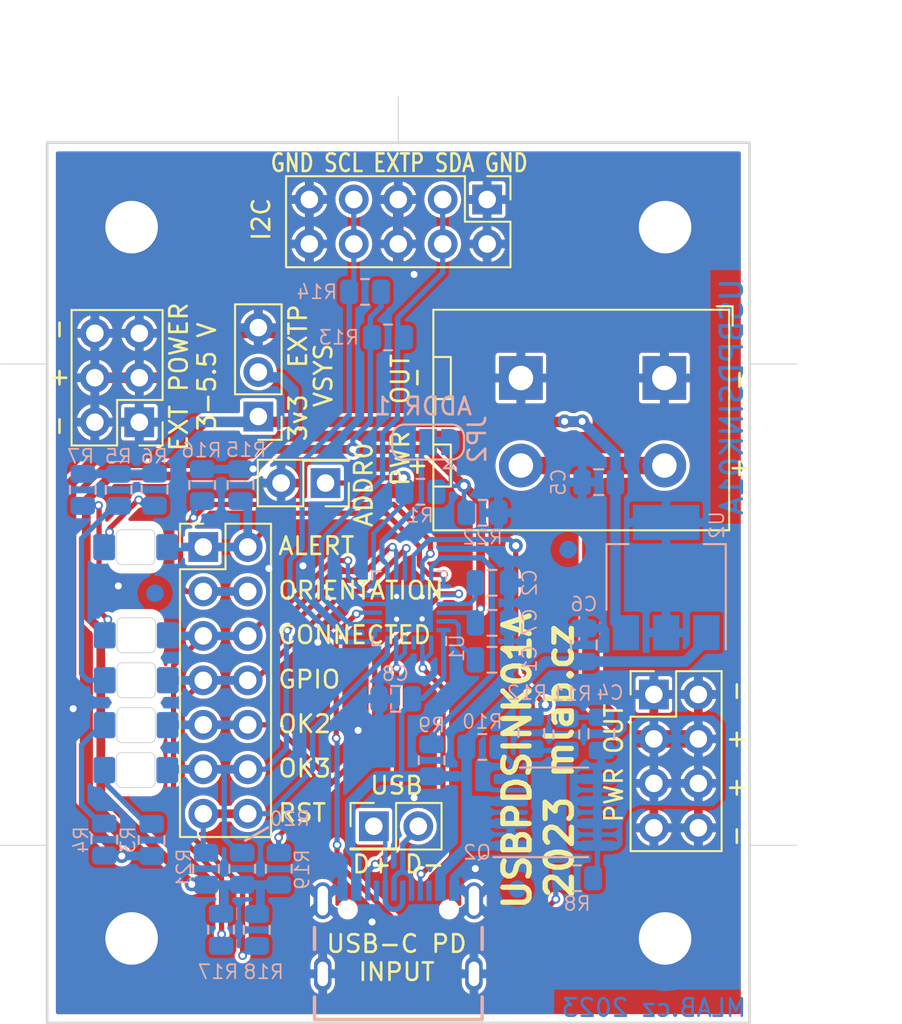
<source format=kicad_pcb>
(kicad_pcb (version 20221018) (generator pcbnew)
  (title_block (title "USBPDSINK01A") (company "www.mlab.cz") (comment 1 "USB-C PD sink controller") (comment 2 "roman-dvorak <romandvorak@mlab.cz>"))
  (layers (0 "F.Cu" signal) (31 "B.Cu" signal) (34 "B.Paste" user) (35 "F.Paste" user) (36 "B.SilkS" user "B.Silkscreen") (37 "F.SilkS" user "F.Silkscreen") (38 "B.Mask" user) (39 "F.Mask" user) (44 "Edge.Cuts" user))
  (net 0 "")
  (net 1 "Net-(U1-VREG_2V7)")
  (net 2 "GND")
  (net 3 "Net-(U1-VREG_1V2)")
  (net 4 "Net-(C4-Pad2)")
  (net 5 "/ALERT")
  (net 6 "Net-(D1-A)")
  (net 7 "/GPIO")
  (net 8 "Net-(D2-A)")
  (net 9 "/PWR_OK2")
  (net 10 "Net-(D3-A)")
  (net 11 "/PWR_OK3")
  (net 12 "Net-(D4-A)")
  (net 13 "/ATTACH")
  (net 14 "Net-(D5-A)")
  (net 15 "Net-(J1-CC1)")
  (net 16 "Net-(J1-D+-PadA6)")
  (net 17 "Net-(J1-D--PadA7)")
  (net 19 "Net-(J1-CC2)")
  (net 21 "/SDA")
  (net 22 "/SCL")
  (net 23 "/SIDE")
  (net 24 "/RESET")
  (net 25 "/ADDR0")
  (net 26 "/ADDR1")
  (net 27 "+3V3")
  (net 28 "VCC")
  (net 29 "Net-(Q2-G)")
  (net 30 "/DISCH")
  (net 31 "/VBUS_VS_DISCH")
  (net 32 "/VBUS_EN_SINK")
  (net 34 "VDC")
  (net 35 "VBUS")
  (footprint "Mlab_CON:TerminalBlock_WAGO_2604-3102_1x02_P5.00mm_Vertical" (layer "F.Cu") (at 163.7 93.3 -90)
    (fp_text reference "J7" hide)
    (fp_text value "WAGO_2604-3102")
  )
  (footprint "Mlab_Mechanical:MountingHole_3mm" (layer "F.Cu") (at 133.26 125.32)
    (fp_text reference "M3" hide)
    (fp_text value "HOLE" hide)
  )
  (footprint "Connector_PinHeader_2.54mm:PinHeader_2x05_P2.54mm_Vertical" (layer "F.Cu") (at 153.575 83.1 -90)
    (fp_text reference "J2" hide)
    (fp_text value "HEADER_2x05_PARALLEL" hide)
  )
  (footprint "Connector_PinHeader_2.54mm:PinHeader_1x03_P2.54mm_Vertical" (layer "F.Cu") (at 140.5 95.5 180)
    (fp_text reference "JP3" hide)
    (fp_text value "Jumper_3_Bridged12" hide)
  )
  (footprint "Connector_PinHeader_2.54mm:PinHeader_2x03_P2.54mm_Vertical" (layer "F.Cu") (at 133.7 95.825 180)
    (fp_text reference "J4" hide)
    (fp_text value "HEADER_2x03_PARALLEL" hide)
  )
  (footprint "Connector_PinHeader_2.54mm:PinHeader_2x01_P2.54mm_Vertical" (layer "F.Cu") (at 147.1 118.91)
    (fp_text reference "J5" hide)
    (fp_text value "HEADER_2x01" hide)
  )
  (footprint "Mlab_Mechanical:MountingHole_3mm" (layer "F.Cu") (at 163.74 84.68)
    (fp_text reference "M2" hide)
    (fp_text value "HOLE" hide)
  )
  (footprint "Mlab_Mechanical:MountingHole_3mm" (layer "F.Cu") (at 133.26 84.68)
    (fp_text reference "M1" hide)
    (fp_text value "HOLE" hide)
  )
  (footprint "Connector_PinHeader_2.54mm:PinHeader_2x04_P2.54mm_Vertical" (layer "F.Cu") (at 163.1 111.38)
    (fp_text reference "J3" hide)
    (fp_text value "HEADER_2x04_PARALLEL" hide)
  )
  (footprint "Connector_PinHeader_2.54mm:PinHeader_2x07_P2.54mm_Vertical" (layer "F.Cu") (at 137.355 102.955)
    (fp_text reference "J6" hide)
    (fp_text value "HEADER_2x07_PARALLEL" hide)
  )
  (footprint "Mlab_Mechanical:MountingHole_3mm" (layer "F.Cu") (at 163.74 125.32)
    (fp_text reference "M4" hide)
    (fp_text value "HOLE" hide)
  )
  (footprint "Connector_PinHeader_2.54mm:PinHeader_2x01_P2.54mm_Vertical" (layer "F.Cu") (at 144.34 99.3 180)
    (fp_text reference "JP1" hide)
    (fp_text value "Jumper_2_Open" hide)
  )
  (footprint "Mlab_D:LED_1206_mill" (layer "B.Cu") (at 133.525 108)
    (fp_text reference "D5" hide)
    (fp_text value "GREEN" hide)
    (fp_line (start -1.1 0.7) (end -1.1 -0.7) (stroke (width 0.05)) (layer "Edge.Cuts"))
    (fp_line (start -0.8 -1) (end 0.8 -1) (stroke (width 0.05)) (layer "Edge.Cuts"))
    (fp_line (start 0.8 1) (end -0.8 1) (stroke (width 0.05)) (layer "Edge.Cuts"))
    (fp_line (start 1.1 -0.7) (end 1.1 0.7) (stroke (width 0.05)) (layer "Edge.Cuts"))
    (fp_arc (start -1.1 -0.7) (mid -1.012132 -0.912132) (end -0.8 -1) (stroke (width 0.05)) (layer "Edge.Cuts"))
    (fp_arc (start -0.8 1) (mid -1.012132 0.912132) (end -1.1 0.7) (stroke (width 0.05)) (layer "Edge.Cuts"))
    (fp_arc (start 0.8 -1) (mid 1.012132 -0.912132) (end 1.1 -0.7) (stroke (width 0.05)) (layer "Edge.Cuts"))
    (fp_arc (start 1.1 0.7) (mid 1.012132 0.912132) (end 0.8 1) (stroke (width 0.05)) (layer "Edge.Cuts"))
  )
  (footprint "Resistor_SMD:R_0805_2012Metric" (layer "B.Cu") (at 153.3 114.38)
    (fp_text reference "R10")
    (fp_text value "100k" hide)
  )
  (footprint "Resistor_SMD:R_0805_2012Metric" (layer "B.Cu") (at 156.1 113.58 90)
    (fp_text reference "R12")
    (fp_text value "20k" hide)
  )
  (footprint "Mlab_CON:USBC GCT_USB4105-GF-A" (layer "B.Cu") (at 148.5 127.345 180)
    (fp_text reference "J1" hide)
    (fp_text value "USBC_USB4105-GF-A" hide)
  )
  (footprint "Capacitor_SMD:C_0805_2012Metric" (layer "B.Cu") (at 159.95 99.25 180)
    (fp_text reference "C5")
    (fp_text value "10u" hide)
  )
  (footprint "Resistor_SMD:R_0805_2012Metric" (layer "B.Cu") (at 158.7125 121.88 180)
    (fp_text reference "R8")
    (fp_text value "1k" hide)
  )
  (footprint "Resistor_SMD:R_0805_2012Metric" (layer "B.Cu") (at 153.3125 101 180)
    (fp_text reference "R22")
    (fp_text value "100k" hide)
  )
  (footprint "Fiducial:Fiducial_1mm_Mask2mm" (layer "B.Cu") (at 158.2 103.1 180)
    (fp_text reference "FID3" hide)
    (fp_text value "Fiducial" hide)
  )
  (footprint "Capacitor_SMD:C_0805_2012Metric" (layer "B.Cu") (at 159.1 108.55 90)
    (fp_text reference "C6")
    (fp_text value "10u" hide)
  )
  (footprint "Package_SO:SOIC-8_3.9x4.9mm_P1.27mm" (layer "B.Cu") (at 157.395 118.115)
    (fp_text reference "Q2")
    (fp_text value "IRF9317TRPBF" hide)
  )
  (footprint "Capacitor_SMD:C_0805_2012Metric" (layer "B.Cu") (at 153.85 105)
    (fp_text reference "C2")
    (fp_text value "1u" hide)
  )
  (footprint "Package_TO_SOT_SMD:SOT-223-3_TabPin2" (layer "B.Cu") (at 163.8 104.7 90)
    (fp_text reference "U2")
    (fp_text value "NCV4274CST33T3G" hide)
  )
  (footprint "Capacitor_SMD:C_0805_2012Metric" (layer "B.Cu") (at 148.35 111.63 180)
    (fp_text reference "C8")
    (fp_text value "1u" hide)
  )
  (footprint "Resistor_SMD:R_0805_2012Metric" (layer "B.Cu") (at 137.29 99.4175 -90)
    (fp_text reference "R16")
    (fp_text value "4k7" hide)
  )
  (footprint "Resistor_SMD:R_0805_2012Metric" (layer "B.Cu") (at 150.4 115.1425 90)
    (fp_text reference "R9")
    (fp_text value "1k" hide)
  )
  (footprint "Resistor_SMD:R_0805_2012Metric" (layer "B.Cu") (at 134.57 99.6775 -90)
    (fp_text reference "R6")
    (fp_text value "62R" hide)
  )
  (footprint "Capacitor_SMD:C_0805_2012Metric" (layer "B.Cu") (at 153.85 109.4)
    (fp_text reference "C1")
    (fp_text value "1u" hide)
  )
  (footprint "Resistor_SMD:R_0805_2012Metric" (layer "B.Cu") (at 139.58 121.3375 90)
    (fp_text reference "R20")
    (fp_text value "4k7" hide)
  )
  (footprint "Resistor_SMD:R_0805_2012Metric" (layer "B.Cu") (at 140.41 124.8325 -90)
    (fp_text reference "R18")
    (fp_text value "4k7" hide)
  )
  (footprint "Mlab_D:LED_1206_mill" (layer "B.Cu") (at 133.515 113.133332)
    (fp_text reference "D3" hide)
    (fp_text value "BLUE" hide)
    (fp_line (start -1.1 0.7) (end -1.1 -0.7) (stroke (width 0.05)) (layer "Edge.Cuts"))
    (fp_line (start -0.8 -1) (end 0.8 -1) (stroke (width 0.05)) (layer "Edge.Cuts"))
    (fp_line (start 0.8 1) (end -0.8 1) (stroke (width 0.05)) (layer "Edge.Cuts"))
    (fp_line (start 1.1 -0.7) (end 1.1 0.7) (stroke (width 0.05)) (layer "Edge.Cuts"))
    (fp_arc (start -1.1 -0.7) (mid -1.012132 -0.912132) (end -0.8 -1) (stroke (width 0.05)) (layer "Edge.Cuts"))
    (fp_arc (start -0.8 1) (mid -1.012132 0.912132) (end -1.1 0.7) (stroke (width 0.05)) (layer "Edge.Cuts"))
    (fp_arc (start 0.8 -1) (mid 1.012132 -0.912132) (end 1.1 -0.7) (stroke (width 0.05)) (layer "Edge.Cuts"))
    (fp_arc (start 1.1 0.7) (mid 1.012132 0.912132) (end 0.8 1) (stroke (width 0.05)) (layer "Edge.Cuts"))
  )
  (footprint "Fiducial:Fiducial_1mm_Mask2mm" (layer "B.Cu") (at 155.3 122.5 180)
    (fp_text reference "FID2" hide)
    (fp_text value "Fiducial" hide)
  )
  (footprint "Resistor_SMD:R_0805_2012Metric" (layer "B.Cu") (at 147.9125 90.98)
    (fp_text reference "R13")
    (fp_text value "4k7" hide)
  )
  (footprint "Mlab_D:LED_1206_mill" (layer "B.Cu") (at 133.525 110.566666)
    (fp_text reference "D2" hide)
    (fp_text value "YELLOW" hide)
    (fp_line (start -1.1 0.7) (end -1.1 -0.7) (stroke (width 0.05)) (layer "Edge.Cuts"))
    (fp_line (start -0.8 -1) (end 0.8 -1) (stroke (width 0.05)) (layer "Edge.Cuts"))
    (fp_line (start 0.8 1) (end -0.8 1) (stroke (width 0.05)) (layer "Edge.Cuts"))
    (fp_line (start 1.1 -0.7) (end 1.1 0.7) (stroke (width 0.05)) (layer "Edge.Cuts"))
    (fp_arc (start -1.1 -0.7) (mid -1.012132 -0.912132) (end -0.8 -1) (stroke (width 0.05)) (layer "Edge.Cuts"))
    (fp_arc (start -0.8 1) (mid -1.012132 0.912132) (end -1.1 0.7) (stroke (width 0.05)) (layer "Edge.Cuts"))
    (fp_arc (start 0.8 -1) (mid 1.012132 -0.912132) (end 1.1 -0.7) (stroke (width 0.05)) (layer "Edge.Cuts"))
    (fp_arc (start 1.1 0.7) (mid 1.012132 0.912132) (end 0.8 1) (stroke (width 0.05)) (layer "Edge.Cuts"))
  )
  (footprint "Fiducial:Fiducial_1mm_Mask2mm" (layer "B.Cu") (at 134.6 105.6 180)
    (fp_text reference "FID1" hide)
    (fp_text value "Fiducial" hide)
  )
  (footprint "Resistor_SMD:R_0805_2012Metric" (layer "B.Cu") (at 134.4 119.6975 90)
    (fp_text reference "R3")
    (fp_text value "62R" hide)
  )
  (footprint "Package_DFN_QFN:QFN-24-1EP_4x4mm_P0.5mm_EP2.7x2.7mm" (layer "B.Cu") (at 149.125 106.455 90)
    (fp_text reference "U1")
    (fp_text value "STUSB4500QTR" hide)
  )
  (footprint "Resistor_SMD:R_0805_2012Metric" (layer "B.Cu") (at 138.37 124.8225 -90)
    (fp_text reference "R17")
    (fp_text value "4k7" hide)
  )
  (footprint "Mlab_D:LED_1206_mill" (layer "B.Cu") (at 133.49 102.965)
    (fp_text reference "D1" hide)
    (fp_text value "RED" hide)
    (fp_line (start -1.1 0.7) (end -1.1 -0.7) (stroke (width 0.05)) (layer "Edge.Cuts"))
    (fp_line (start -0.8 -1) (end 0.8 -1) (stroke (width 0.05)) (layer "Edge.Cuts"))
    (fp_line (start 0.8 1) (end -0.8 1) (stroke (width 0.05)) (layer "Edge.Cuts"))
    (fp_line (start 1.1 -0.7) (end 1.1 0.7) (stroke (width 0.05)) (layer "Edge.Cuts"))
    (fp_arc (start -1.1 -0.7) (mid -1.012132 -0.912132) (end -0.8 -1) (stroke (width 0.05)) (layer "Edge.Cuts"))
    (fp_arc (start -0.8 1) (mid -1.012132 0.912132) (end -1.1 0.7) (stroke (width 0.05)) (layer "Edge.Cuts"))
    (fp_arc (start 0.8 -1) (mid 1.012132 -0.912132) (end 1.1 -0.7) (stroke (width 0.05)) (layer "Edge.Cuts"))
    (fp_arc (start 1.1 0.7) (mid 1.012132 0.912132) (end 0.8 1) (stroke (width 0.05)) (layer "Edge.Cuts"))
  )
  (footprint "Resistor_SMD:R_0805_2012Metric" (layer "B.Cu") (at 139.48 99.42 -90)
    (fp_text reference "R15")
    (fp_text value "4k7" hide)
  )
  (footprint "Mlab_D:LED_1206_mill" (layer "B.Cu") (at 133.5 115.7)
    (fp_text reference "D4" hide)
    (fp_text value "RED" hide)
    (fp_line (start -1.1 0.7) (end -1.1 -0.7) (stroke (width 0.05)) (layer "Edge.Cuts"))
    (fp_line (start -0.8 -1) (end 0.8 -1) (stroke (width 0.05)) (layer "Edge.Cuts"))
    (fp_line (start 0.8 1) (end -0.8 1) (stroke (width 0.05)) (layer "Edge.Cuts"))
    (fp_line (start 1.1 -0.7) (end 1.1 0.7) (stroke (width 0.05)) (layer "Edge.Cuts"))
    (fp_arc (start -1.1 -0.7) (mid -1.012132 -0.912132) (end -0.8 -1) (stroke (width 0.05)) (layer "Edge.Cuts"))
    (fp_arc (start -0.8 1) (mid -1.012132 0.912132) (end -1.1 0.7) (stroke (width 0.05)) (layer "Edge.Cuts"))
    (fp_arc (start 0.8 -1) (mid 1.012132 -0.912132) (end 1.1 -0.7) (stroke (width 0.05)) (layer "Edge.Cuts"))
    (fp_arc (start 1.1 0.7) (mid 1.012132 0.912132) (end 0.8 1) (stroke (width 0.05)) (layer "Edge.Cuts"))
  )
  (footprint "Resistor_SMD:R_0805_2012Metric" (layer "B.Cu") (at 130.47 99.69 -90)
    (fp_text reference "R7")
    (fp_text value "62R" hide)
  )
  (footprint "Resistor_SMD:R_0805_2012Metric" (layer "B.Cu") (at 132.52 99.69 -90)
    (fp_text reference "R5")
    (fp_text value "62R" hide)
  )
  (footprint "Capacitor_SMD:C_0805_2012Metric" (layer "B.Cu") (at 153.85 107.29)
    (fp_text reference "C7")
    (fp_text value "1u" hide)
  )
  (footprint "Jumper:SolderJumper-3_P1.3mm_Bridged12_RoundedPad1.0x1.5mm" (layer "B.Cu") (at 150.2 96.9575 180)
    (fp_text reference "JP2")
    (fp_text value "Jumper_3_Bridged12" hide)
  )
  (footprint "Resistor_SMD:R_0805_2012Metric" (layer "B.Cu") (at 137.51 121.3375 90)
    (fp_text reference "R21")
    (fp_text value "4k7" hide)
  )
  (footprint "Capacitor_SMD:C_0805_2012Metric" (layer "B.Cu") (at 160.1 113.63 90)
    (fp_text reference "C4")
    (fp_text value "100n" hide)
  )
  (footprint "Resistor_SMD:R_0805_2012Metric" (layer "B.Cu") (at 146.6 88.38 180)
    (fp_text reference "R14")
    (fp_text value "4k7" hide)
  )
  (footprint "Resistor_SMD:R_0805_2012Metric" (layer "B.Cu") (at 149.7625 99.8 180)
    (fp_text reference "R1")
    (fp_text value "100k" hide)
  )
  (footprint "Resistor_SMD:R_0805_2012Metric" (layer "B.Cu") (at 131.7 119.6675 90)
    (fp_text reference "R4")
    (fp_text value "R10" hide)
  )
  (footprint "Resistor_SMD:R_0805_2012Metric" (layer "B.Cu") (at 158.1 113.6675 -90)
    (fp_text reference "R11")
    (fp_text value "100R" hide)
  )
  (footprint "Resistor_SMD:R_0805_2012Metric" (layer "B.Cu") (at 141.67 121.3425 90)
    (fp_text reference "R19")
    (fp_text value "4k7" hide)
  )
  (gr_line (start 139.75 119.73) (end 141.05 118.98) (stroke (width 0.15)) (layer "B.SilkS"))
  (gr_line (start 128.4286 92.5) (end 125.7746 92.5) (stroke (width 0.05588)) (layer "Edge.Cuts"))
  (gr_line (start 148.5 79.854) (end 148.5 77.2) (stroke (width 0.05588)) (layer "Edge.Cuts"))
  (gr_rect (start 128.434 79.854) (end 168.566 130.145999) (stroke (width 0.15)) (fill none) (layer "Edge.Cuts"))
  (gr_line (start 168.599 120) (end 171.253 120) (stroke (width 0.05588)) (layer "Edge.Cuts"))
  (gr_line (start 125.7684 120) (end 128.4224 120) (stroke (width 0.05588)) (layer "Edge.Cuts"))
  (gr_line (start 171.2592 92.5) (end 168.6052 92.5) (stroke (width 0.05588)) (layer "Edge.Cuts"))
  (gr_text "MLAB.cz 2023\n" (at 163.1 129.28) (layer "B.Cu") (effects (font (size 1 1)) (justify mirror)))
  (gr_text "USBPDSINK01A\n" (at 167.55 94.38 90) (layer "B.Cu") (effects (font (size 1.2 1.2) (thickness 0.2)) (justify mirror)))
  (gr_text "ADDR 1\n" (at 152.8 95.5) (layer "B.SilkS") (effects (font (size 1 1)) (justify left bottom mirror)))
  (gr_text "CONNECTED" (at 141.55 107.98) (layer "F.SilkS") (effects (font (size 1 1)) (justify left)))
  (gr_text "OK2" (at 141.55 113.063332) (layer "F.SilkS") (effects (font (size 1 1)) (justify left)))
  (gr_text "+     -" (at 168.5 95.93 90) (layer "F.SilkS") (effects (font (size 1 1)) (justify bottom)))
  (gr_text "ALERT" (at 141.55 102.896668) (layer "F.SilkS") (effects (font (size 1 1)) (justify left)))
  (gr_text "-  +  +  -" (at 168.35 115.33 90) (layer "F.SilkS") (effects (font (size 1 1)) (justify bottom)))
  (gr_text "PWR  OUT" (at 149.2 95.7 90) (layer "F.SilkS") (effects (font (size 1 1)) (justify bottom)))
  (gr_text "USBPDSINK01A\n2023 mlab.cz" (at 156.5 115.18 90) (layer "F.SilkS") (effects (font (size 1.5 1.5) (thickness 0.3) bold)))
  (gr_text "ORIENTATION" (at 141.55 105.438334) (layer "F.SilkS") (effects (font (size 1 1)) (justify left)))
  (gr_text "EXT POWER\n3-5.5 V" (at 138.15 93.23 90) (layer "F.SilkS") (effects (font (size 1 1)) (justify bottom)))
  (gr_text "-  +  -" (at 129.65 93.285 90) (layer "F.SilkS") (effects (font (size 1 1)) (justify bottom)))
  (gr_text "OK3\n" (at 141.55 115.604998) (layer "F.SilkS") (effects (font (size 1 1)) (justify left)))
  (gr_text "PWR OUT" (at 161.4 118.78 90) (layer "F.SilkS") (effects (font (size 1 1)) (justify left bottom)))
  (gr_text "USB" (at 148.4 116.58) (layer "F.SilkS") (effects (font (size 1 1))))
  (gr_text "USB-C PD\nINPUT" (at 148.4 126.43) (layer "F.SilkS") (effects (font (size 1 1))))
  (gr_text "I2C" (at 141.25 84.23 90) (layer "F.SilkS") (effects (font (size 1 1)) (justify bottom)))
  (gr_text "RST" (at 141.55 118.146668) (layer "F.SilkS") (effects (font (size 1 1)) (justify left)))
  (gr_text "+     -" (at 150.1 95.8 90) (layer "F.SilkS") (effects (font (size 1 1)) (justify bottom)))
  (gr_text "ADDR0" (at 147.1 99.4 90) (layer "F.SilkS") (effects (font (size 1 1)) (justify bottom)))
  (gr_text "GPIO" (at 141.55 110.521666) (layer "F.SilkS") (effects (font (size 1 1)) (justify left)))
  (gr_text "VSYS" (at 144.8 93.15 90) (layer "F.SilkS") (effects (font (size 1 1)) (justify bottom)))
  (gr_text "D+ D-" (at 148.5 121.08) (layer "F.SilkS") (effects (font (size 1 1))))
  (gr_text "GND SCL EXTP SDA GND" (at 148.55 81.6) (layer "F.SilkS") (effects (font (size 1 0.8)) (justify bottom)))
  (gr_text "3v3  EXTP" (at 143.35 93 90) (layer "F.SilkS") (effects (font (size 1 1)) (justify bottom)))
  (segment (start 151.95 107.43) (end 151.95 108.43) (width 0.25) (layer "B.Cu") (net 1))
  (segment (start 151.95 108.43) (end 152.9 109.38) (width 0.25) (layer "B.Cu") (net 1))
  (segment (start 151.725 107.205) (end 151.95 107.43) (width 0.25) (layer "B.Cu") (net 1))
  (segment (start 151.0875 107.205) (end 151.725 107.205) (width 0.25) (layer "B.Cu") (net 1))
  (segment (start 140.5 90.725) (end 138.705 90.725) (width 0.6) (layer "F.Cu") (net 2))
  (segment (start 140.5 90.725) (end 144.655 90.725) (width 0.6) (layer "F.Cu") (net 2))
  (segment (start 138.705 90.725) (end 136.145 93.285) (width 0.6) (layer "F.Cu") (net 2))
  (segment (start 144.655 90.725) (end 148.495 86.885) (width 0.6) (layer "F.Cu") (net 2))
  (segment (start 136.145 93.285) (end 131.16 93.285) (width 0.6) (layer "F.Cu") (net 2))
  (segment (start 148.495 86.885) (end 148.495 85.52) (width 0.6) (layer "F.Cu") (net 2))
  (segment (start 148.495 85.52) (end 148.495 82.98) (width 0.6) (layer "F.Cu") (net 2))
  (via (at 152.9 121.33) (size 0.8) (drill 0.4) (layers "F.Cu" "B.Cu") (net 2))
  (via (at 141.1 104.18) (size 0.8) (drill 0.4) (layers "F.Cu" "B.Cu") (net 2))
  (via (at 148.4 107.08) (size 0.5) (drill 0.3) (layers "F.Cu" "B.Cu") (net 2))
  (via (at 149.86 107.061) (size 0.5) (drill 0.3) (layers "F.Cu" "B.Cu") (net 2))
  (via (at 148.4 105.78) (size 0.5) (drill 0.3) (layers "F.Cu" "B.Cu") (net 2))
  (via (at 149.4 117.28) (size 0.8) (drill 0.4) (layers "F.Cu" "B.Cu") (net 2))
  (via (at 129.921 112.1918) (size 0.8) (drill 0.4) (layers "F.Cu" "B.Cu") (net 2))
  (via (at 132.5 105.18) (size 0.8) (drill 0.4) (layers "F.Cu" "B.Cu") (net 2))
  (via (at 146.2 113.43) (size 0.8) (drill 0.4) (layers "F.Cu" "B.Cu") (net 2))
  (via (at 149.86 105.791) (size 0.5) (drill 0.3) (layers "F.Cu" "B.Cu") (net 2))
  (via (at 149.4 87.38) (size 0.8) (drill 0.4) (layers "F.Cu" "B.Cu") (net 2))
  (via (at 147 124.38) (size 0.8) (drill 0.4) (layers "F.Cu" "B.Cu") (net 2))
  (via (at 143.05 104.03) (size 0.8) (drill 0.4) (layers "F.Cu" "B.Cu") (net 2))
  (via (at 143.9 108.4) (size 0.8) (drill 0.4) (layers "F.Cu" "B.Cu") (net 2))
  (segment (start 147.1625 106.205) (end 148.875 106.205) (width 0.25) (layer "B.Cu") (net 2))
  (segment (start 151.0875 106.205) (end 152.5702 106.205) (width 0.25) (layer "B.Cu") (net 3))
  (segment (start 152.9 105.8752) (end 152.9 105) (width 0.25) (layer "B.Cu") (net 3))
  (segment (start 152.5702 106.205) (end 152.9 105.8752) (width 0.25) (layer "B.Cu") (net 3))
  (segment (start 160.1 112.68) (end 158.175 112.68) (width 0.3) (layer "B.Cu") (net 4))
  (segment (start 158.175 112.68) (end 158.1 112.755) (width 0.3) (layer "B.Cu") (net 4))
  (segment (start 147.800564 101.0254) (end 141.8246 101.0254) (width 0.3) (layer "F.Cu") (net 5))
  (segment (start 149.7 103.98) (end 149.7 102.924836) (width 0.3) (layer "F.Cu") (net 5))
  (segment (start 151.0875 104.518) (end 150.238 104.518) (width 0.3) (layer "F.Cu") (net 5))
  (segment (start 150.238 104.518) (end 149.7 103.98) (width 0.3) (layer "F.Cu") (net 5))
  (segment (start 149.7 102.924836) (end 147.800564 101.0254) (width 0.3) (layer "F.Cu") (net 5))
  (segment (start 141.8246 101.0254) (end 139.895 102.955) (width 0.3) (layer "F.Cu") (net 5))
  (via (at 151.0875 104.518) (size 0.5) (drill 0.3) (layers "F.Cu" "B.Cu") (net 5))
  (segment (start 139.895 100.7475) (end 139.895 102.955) (width 0.5) (layer "B.Cu") (net 5))
  (segment (start 135.11 102.955) (end 139.895 102.955) (width 0.5) (layer "B.Cu") (net 5))
  (segment (start 151.0875 104.518) (end 151.0875 105.205) (width 0.25) (layer "B.Cu") (net 5))
  (segment (start 132 101.9) (end 133.638686 100.261314) (width 0.3) (layer "F.Cu") (net 6))
  (segment (start 132 102.1) (end 132 101.9) (width 0.3) (layer "F.Cu") (net 6))
  (segment (start 133.638686 100.261314) (end 133.665061 100.261314) (width 0.3) (layer "F.Cu") (net 6))
  (via (at 132 102.1) (size 0.5) (drill 0.3) (layers "F.Cu" "B.Cu") (net 6))
  (via (at 133.665061 100.261314) (size 0.5) (drill 0.3) (layers "F.Cu" "B.Cu") (net 6))
  (segment (start 133.993747 100.59) (end 134.57 100.59) (width 0.3) (layer "B.Cu") (net 6))
  (segment (start 133.665061 100.261314) (end 133.993747 100.59) (width 0.3) (layer "B.Cu") (net 6))
  (segment (start 145.4 105.48) (end 140.305 110.575) (width 0.3) (layer "F.Cu") (net 7))
  (segment (start 140.305 110.575) (end 139.895 110.575) (width 0.3) (layer "F.Cu") (net 7))
  (segment (start 148.937979 103.034386) (end 146.492365 105.48) (width 0.3) (layer "F.Cu") (net 7))
  (segment (start 136.155 118.935) (end 136.155 111.775) (width 0.3) (layer "F.Cu") (net 7))
  (segment (start 146.492365 105.48) (end 145.4 105.48) (width 0.3) (layer "F.Cu") (net 7))
  (segment (start 139.6 126.3) (end 139.6 122.38) (width 0.3) (layer "F.Cu") (net 7))
  (segment (start 136.155 111.775) (end 137.355 110.575) (width 0.3) (layer "F.Cu") (net 7))
  (segment (start 139.6 122.38) (end 136.155 118.935) (width 0.3) (layer "F.Cu") (net 7))
  (segment (start 148.953726 103.034386) (end 148.937979 103.034386) (width 0.3) (layer "F.Cu") (net 7))
  (via (at 148.953726 103.034386) (size 0.5) (drill 0.3) (layers "F.Cu" "B.Cu") (net 7))
  (via (at 139.6 126.3) (size 0.5) (drill 0.3) (layers "F.Cu" "B.Cu") (net 7))
  (segment (start 135.325 110.566666) (end 135.333334 110.575) (width 0.5) (layer "B.Cu") (net 7))
  (segment (start 148.875 103.113112) (end 148.875 104.4925) (width 0.25) (layer "B.Cu") (net 7))
  (segment (start 139.6 126.3) (end 140.155 125.745) (width 0.3) (layer "B.Cu") (net 7))
  (segment (start 135.333334 110.575) (end 139.895 110.575) (width 0.5) (layer "B.Cu") (net 7))
  (segment (start 148.953726 103.034386) (end 148.875 103.113112) (width 0.25) (layer "B.Cu") (net 7))
  (segment (start 140.155 125.745) (end 140.41 125.745) (width 0.3) (layer "B.Cu") (net 7))
  (segment (start 132.265 100.6025) (end 130.4 102.4675) (width 0.3) (layer "B.Cu") (net 8))
  (segment (start 132.52 100.6025) (end 132.265 100.6025) (width 0.3) (layer "B.Cu") (net 8))
  (segment (start 130.766666 110.566666) (end 131.535 110.566666) (width 0.3) (layer "B.Cu") (net 8))
  (segment (start 130.4 102.4675) (end 130.4 110.2) (width 0.3) (layer "B.Cu") (net 8))
  (segment (start 130.4 110.2) (end 130.766666 110.566666) (width 0.3) (layer "B.Cu") (net 8))
  (segment (start 147.15 113.98) (end 141.66 119.47) (width 0.3) (layer "F.Cu") (net 9))
  (segment (start 141.66 119.47) (end 141.66 119.55) (width 0.3) (layer "F.Cu") (net 9))
  (segment (start 147.15 109.43) (end 147.15 113.98) (width 0.3) (layer "F.Cu") (net 9))
  (segment (start 141.435 113.115) (end 139.895 113.115) (width 0.3) (layer "F.Cu") (net 9))
  (segment (start 151.9505 105.6305) (end 150.9495 105.6305) (width 0.3) (layer "F.Cu") (net 9))
  (segment (start 144.75 116.38) (end 144.7 116.38) (width 0.3) (layer "F.Cu") (net 9))
  (segment (start 144.7 116.38) (end 141.435 113.115) (width 0.3) (layer "F.Cu") (net 9))
  (segment (start 150.9495 105.6305) (end 147.15 109.43) (width 0.3) (layer "F.Cu") (net 9))
  (via (at 141.66 119.55) (size 0.5) (drill 0.3) (layers "F.Cu" "B.Cu") (net 9))
  (via (at 151.9505 105.6305) (size 0.5) (drill 0.3) (layers "F.Cu" "B.Cu") (net 9))
  (segment (start 135.333332 113.115) (end 139.895 113.115) (width 0.5) (layer "B.Cu") (net 9))
  (segment (start 151.9505 105.6305) (end 151.876 105.705) (width 0.25) (layer "B.Cu") (net 9))
  (segment (start 135.315 113.133332) (end 135.333332 113.115) (width 0.5) (layer "B.Cu") (net 9))
  (segment (start 151.876 105.705) (end 151.0875 105.705) (width 0.25) (layer "B.Cu") (net 9))
  (segment (start 141.66 119.55) (end 141.66 120.42) (width 0.3) (layer "B.Cu") (net 9))
  (segment (start 141.66 120.42) (end 141.67 120.43) (width 0.3) (layer "B.Cu") (net 9))
  (segment (start 131.4775 118.755) (end 131.7 118.755) (width 0.3) (layer "B.Cu") (net 10))
  (segment (start 130.4 117.6775) (end 131.4775 118.755) (width 0.3) (layer "B.Cu") (net 10))
  (segment (start 131.525 113.133332) (end 130.4 114.258332) (width 0.3) (layer "B.Cu") (net 10))
  (segment (start 130.4 114.258332) (end 130.4 117.6775) (width 0.3) (layer "B.Cu") (net 10))
  (segment (start 145.025 104.855) (end 142.15 107.73) (width 0.3) (layer "F.Cu") (net 11))
  (segment (start 146.128279 104.855) (end 145.025 104.855) (width 0.3) (layer "F.Cu") (net 11))
  (segment (start 148.021008 102.962271) (end 146.128279 104.855) (width 0.3) (layer "F.Cu") (net 11))
  (segment (start 148.162271 102.962271) (end 148.021008 102.962271) (width 0.3) (layer "F.Cu") (net 11))
  (via (at 148.162271 102.962271) (size 0.5) (drill 0.3) (layers "F.Cu" "B.Cu") (net 11))
  (via (at 142.15 107.73) (size 0.5) (drill 0.3) (layers "F.Cu" "B.Cu") (net 11))
  (segment (start 139.3988 120.425) (end 139.58 120.425) (width 0.3) (layer "B.Cu") (net 11))
  (segment (start 135.045 115.655) (end 138.54 115.655) (width 0.5) (layer "B.Cu") (net 11))
  (segment (start 148.375 103.175) (end 148.375 104.4925) (width 0.25) (layer "B.Cu") (net 11))
  (segment (start 138.555 115.67) (end 138.555 119.5812) (width 0.3) (layer "B.Cu") (net 11))
  (segment (start 142.15 107.73) (end 142.1 107.78) (width 0.3) (layer "B.Cu") (net 11))
  (segment (start 138.54 115.655) (end 138.555 115.67) (width 0.3) (layer "B.Cu") (net 11))
  (segment (start 138.54 115.655) (end 139.895 115.655) (width 0.5) (layer "B.Cu") (net 11))
  (segment (start 142.1 107.78) (end 142.1 114.48) (width 0.3) (layer "B.Cu") (net 11))
  (segment (start 138.555 119.5812) (end 139.3988 120.425) (width 0.3) (layer "B.Cu") (net 11))
  (segment (start 140.925 115.655) (end 139.895 115.655) (width 0.3) (layer "B.Cu") (net 11))
  (segment (start 142.1 114.48) (end 140.925 115.655) (width 0.3) (layer "B.Cu") (net 11))
  (segment (start 148.162271 102.962271) (end 148.375 103.175) (width 0.25) (layer "B.Cu") (net 11))
  (segment (start 131.9 116.09) (end 131.9 116.6) (width 0.3) (layer "B.Cu") (net 12))
  (segment (start 134.085 118.785) (end 134.49 118.785) (width 0.3) (layer "B.Cu") (net 12))
  (segment (start 131.77 115.96) (end 131.9 116.09) (width 0.3) (layer "B.Cu") (net 12))
  (segment (start 131.9 116.6) (end 134.085 118.785) (width 0.3) (layer "B.Cu") (net 12))
  (segment (start 135.655 109.735) (end 137.355 108.035) (width 0.3) (layer "F.Cu") (net 13))
  (segment (start 141.2524 107.185) (end 144.7038 103.7336) (width 0.3) (layer "F.Cu") (net 13))
  (segment (start 138.4 125.08) (end 138.4 121.887106) (width 0.3) (layer "F.Cu") (net 13))
  (segment (start 135.655 119.142106) (end 135.655 109.735) (width 0.3) (layer "F.Cu") (net 13))
  (segment (start 140.745 107.185) (end 141.2524 107.185) (width 0.3) (layer "F.Cu") (net 13))
  (segment (start 144.7038 103.7336) (end 145.6182 103.7336) (width 0.3) (layer "F.Cu") (net 13))
  (segment (start 139.895 108.035) (end 140.745 107.185) (width 0.3) (layer "F.Cu") (net 13))
  (segment (start 138.4 121.887106) (end 135.655 119.142106) (width 0.3) (layer "F.Cu") (net 13))
  (via (at 138.4 125.08) (size 0.5) (drill 0.3) (layers "F.Cu" "B.Cu") (net 13))
  (via (at 145.6182 103.7336) (size 0.5) (drill 0.3) (layers "F.Cu" "B.Cu") (net 13))
  (segment (start 138.37 125.11) (end 138.37 125.735) (width 0.3) (layer "B.Cu") (net 13))
  (segment (start 146.701992 105.705) (end 145.6182 104.621208) (width 0.25) (layer "B.Cu") (net 13))
  (segment (start 145.6182 104.621208) (end 145.6182 103.7336) (width 0.25) (layer "B.Cu") (net 13))
  (segment (start 147.1625 105.705) (end 146.701992 105.705) (width 0.25) (layer "B.Cu") (net 13))
  (segment (start 135.17 108.035) (end 139.895 108.035) (width 0.5) (layer "B.Cu") (net 13))
  (segment (start 138.4 125.08) (end 138.37 125.11) (width 0.3) (layer "B.Cu") (net 13))
  (segment (start 131.9 107.1) (end 131.4 106.6) (width 0.3) (layer "F.Cu") (net 14))
  (segment (start 131.4 106.6) (end 131.4 100.6095) (width 0.3) (layer "F.Cu") (net 14))
  (segment (start 131.4 100.6095) (end 131.3705 100.58) (width 0.3) (layer "F.Cu") (net 14))
  (via (at 131.9 107.1) (size 0.5) (drill 0.3) (layers "F.Cu" "B.Cu") (net 14))
  (via (at 131.3705 100.58) (size 0.5) (drill 0.3) (layers "F.Cu" "B.Cu") (net 14))
  (segment (start 131.3705 100.58) (end 130.4925 100.58) (width 0.3) (layer "B.Cu") (net 14))
  (segment (start 130.4925 100.58) (end 130.47 100.6025) (width 0.3) (layer "B.Cu") (net 14))
  (segment (start 149.842195 121.637805) (end 151.05 120.43) (width 0.3) (layer "F.Cu") (net 15))
  (segment (start 151.05 120.43) (end 151.05 111.03) (width 0.3) (layer "F.Cu") (net 15))
  (segment (start 151.05 111.03) (end 149.9 109.88) (width 0.3) (layer "F.Cu") (net 15))
  (segment (start 149.794401 121.637805) (end 149.842195 121.637805) (width 0.3) (layer "F.Cu") (net 15))
  (via (at 149.794401 121.637805) (size 0.5) (drill 0.3) (layers "F.Cu" "B.Cu") (net 15))
  (via (at 149.9 109.88) (size 0.5) (drill 0.3) (layers "F.Cu" "B.Cu") (net 15))
  (segment (start 149.75 121.682206) (end 149.794401 121.637805) (width 0.25) (layer "B.Cu") (net 15))
  (segment (start 149.875 109.28) (end 149.875 108.4175) (width 0.25) (layer "B.Cu") (net 15))
  (segment (start 150.375 108.4175) (end 150.375 109.005) (width 0.25) (layer "B.Cu") (net 15))
  (segment (start 149.875 109.855) (end 149.875 109.28) (width 0.25) (layer "B.Cu") (net 15))
  (segment (start 150.375 109.005) (end 150.1 109.28) (width 0.25) (layer "B.Cu") (net 15))
  (segment (start 149.9 109.88) (end 149.875 109.855) (width 0.25) (layer "B.Cu") (net 15))
  (segment (start 150.1 109.28) (end 149.875 109.28) (width 0.25) (layer "B.Cu") (net 15))
  (segment (start 149.75 122.59) (end 149.75 121.682206) (width 0.25) (layer "B.Cu") (net 15))
  (segment (start 147.76375 119.4375) (end 147.23625 118.91) (width 0.25) (layer "B.Cu") (net 16))
  (segment (start 147.75 123.165) (end 147.75 122.375) (width 0.3) (layer "B.Cu") (net 16))
  (segment (start 148.75 122.375) (end 148.75 123.165) (width 0.3) (layer "B.Cu") (net 16))
  (segment (start 147.7525 122.59) (end 147.7525 119.4375) (width 0.25) (layer "B.Cu") (net 16))
  (arc (start 148.75 123.165) (mid 148.603553 123.518553) (end 148.25 123.665) (width 0.3) (layer "B.Cu") (net 16))
  (arc (start 147.75 123.165) (mid 147.896447 123.518553) (end 148.25 123.665) (width 0.3) (layer "B.Cu") (net 16))
  (segment (start 148.25 122.02) (end 148.25 122.83) (width 0.3) (layer "B.Cu") (net 17))
  (segment (start 148.75 121.52) (end 148.75 119.925) (width 0.3) (layer "B.Cu") (net 17))
  (segment (start 149.25 122.83) (end 149.25 122.02) (width 0.3) (layer "B.Cu") (net 17))
  (segment (start 148.75 119.925) (end 149.765 118.91) (width 0.3) (layer "B.Cu") (net 17))
  (arc (start 148.75 121.52) (mid 149.103553 121.666447) (end 149.25 122.02) (width 0.3) (layer "B.Cu") (net 17))
  (arc (start 148.75 121.52) (mid 148.396447 121.666447) (end 148.25 122.02) (width 0.3) (layer "B.Cu") (net 17))
  (segment (start 147.178 121.08) (end 147.289 121.08) (width 0.3) (layer "F.Cu") (net 19))
  (segment (start 148.4 119.969) (end 148.4 109.88) (width 0.3) (layer "F.Cu") (net 19))
  (segment (start 147.289 121.08) (end 148.4 119.969) (width 0.3) (layer "F.Cu") (net 19))
  (via (at 147.178 121.08) (size 0.5) (drill 0.3) (layers "F.Cu" "B.Cu") (net 19))
  (via (at 148.4 109.88) (size 0.5) (drill 0.3) (layers "F.Cu" "B.Cu") (net 19))
  (segment (start 148.4 109.88) (end 148.375 109.855) (width 0.25) (layer "B.Cu") (net 19))
  (segment (start 148.6 109.28) (end 148.375 109.28) (width 0.25) (layer "B.Cu") (net 19))
  (segment (start 147.178 121.08) (end 146.75 121.508) (width 0.3) (layer "B.Cu") (net 19))
  (segment (start 148.875 108.4175) (end 148.875 109.005) (width 0.25) (layer "B.Cu") (net 19))
  (segment (start 148.875 109.005) (end 148.6 109.28) (width 0.25) (layer "B.Cu") (net 19))
  (segment (start 148.375 109.855) (end 148.375 108.4175) (width 0.25) (layer "B.Cu") (net 19))
  (segment (start 146.75 121.508) (end 146.75 122.59) (width 0.3) (layer "B.Cu") (net 19))
  (segment (start 147.6 99.05) (end 144.1 102.55) (width 0.3) (layer "B.Cu") (net 21))
  (segment (start 148.45 91.005) (end 148.45 95.6) (width 0.3) (layer "B.Cu") (net 21))
  (segment (start 148.475 89.84) (end 148.475 90.98) (width 0.3) (layer "B.Cu") (net 21))
  (segment (start 147.1625 107.205) (end 146.488173 107.205) (width 0.25) (layer "B.Cu") (net 21))
  (segment (start 147.6 96.45) (end 147.6 99.05) (width 0.3) (layer "B.Cu") (net 21))
  (segment (start 144.1 102.55) (end 144.1 105.78) (width 0.3) (layer "B.Cu") (net 21))
  (segment (start 151.035 82.98) (end 151.035 87.28) (width 0.3) (layer "B.Cu") (net 21))
  (segment (start 148.475 90.98) (end 148.45 91.005) (width 0.3) (layer "B.Cu") (net 21))
  (segment (start 148.45 95.6) (end 147.6 96.45) (width 0.3) (layer "B.Cu") (net 21))
  (segment (start 144.1 105.78) (end 145.675 107.355) (width 0.3) (layer "B.Cu") (net 21))
  (segment (start 151.035 87.28) (end 148.475 89.84) (width 0.3) (layer "B.Cu") (net 21))
  (segment (start 146.338173 107.355) (end 145.675 107.355) (width 0.25) (layer "B.Cu") (net 21))
  (segment (start 146.488173 107.205) (end 146.338173 107.355) (width 0.25) (layer "B.Cu") (net 21))
  (segment (start 142.3 105.58) (end 142.3 103.719339) (width 0.3) (layer "B.Cu") (net 22))
  (segment (start 147.1625 107.705) (end 147.1625 108.0175) (width 0.25) (layer "B.Cu") (net 22))
  (segment (start 143 98.1) (end 145.6875 95.4125) (width 0.3) (layer "B.Cu") (net 22))
  (segment (start 145.1 108.38) (end 142.3 105.58) (width 0.3) (layer "B.Cu") (net 22))
  (segment (start 146.8 108.38) (end 145.1 108.38) (width 0.3) (layer "B.Cu") (net 22))
  (segment (start 142.3 103.719339) (end 143 103.019339) (width 0.3) (layer "B.Cu") (net 22))
  (segment (start 143 103.019339) (end 143 98.1) (width 0.3) (layer "B.Cu") (net 22))
  (segment (start 145.6875 88.38) (end 145.955 88.1125) (width 0.25) (layer "B.Cu") (net 22))
  (segment (start 145.955 88.1125) (end 145.955 82.98) (width 0.3) (layer "B.Cu") (net 22))
  (segment (start 147.1625 108.0175) (end 146.8 108.38) (width 0.25) (layer "B.Cu") (net 22))
  (segment (start 145.6875 95.4125) (end 145.6875 88.38) (width 0.3) (layer "B.Cu") (net 22))
  (segment (start 136.8 101.28) (end 136.055 102.025) (width 0.3) (layer "F.Cu") (net 23))
  (segment (start 148.2454 100.5254) (end 150.330708 102.610708) (width 0.3) (layer "F.Cu") (net 23))
  (segment (start 136.375 105.495) (end 137.355 105.495) (width 0.3) (layer "F.Cu") (net 23))
  (segment (start 137.5546 100.5254) (end 148.2454 100.5254) (width 0.3) (layer "F.Cu") (net 23))
  (segment (start 136.055 105.175) (end 136.375 105.495) (width 0.3) (layer "F.Cu") (net 23))
  (segment (start 150.330708 102.610708) (end 150.330708 103.336825) (width 0.3) (layer "F.Cu") (net 23))
  (segment (start 136.8 101.28) (end 137.5546 100.5254) (width 0.3) (layer "F.Cu") (net 23))
  (segment (start 136.055 102.025) (end 136.055 105.175) (width 0.3) (layer "F.Cu") (net 23))
  (via (at 136.8 101.28) (size 0.5) (drill 0.3) (layers "F.Cu" "B.Cu") (net 23))
  (via (at 150.330708 103.336825) (size 0.5) (drill 0.3) (layers "F.Cu" "B.Cu") (net 23))
  (segment (start 136.8 101.28) (end 136.8 100.6) (width 0.3) (layer "B.Cu") (net 23))
  (segment (start 137.355 105.495) (end 139.895 105.495) (width 0.5) (layer "B.Cu") (net 23))
  (segment (start 150.330708 103.336825) (end 149.875 103.792533) (width 0.25) (layer "B.Cu") (net 23))
  (segment (start 149.875 103.792533) (end 149.875 104.4925) (width 0.25) (layer "B.Cu") (net 23))
  (segment (start 139.895 118.195) (end 137.355 118.195) (width 0.5) (layer "F.Cu") (net 24))
  (segment (start 143.6 115.68) (end 141.085 118.195) (width 0.3) (layer "B.Cu") (net 24))
  (segment (start 147.875 108.4175) (end 147.875 109.105) (width 0.3) (layer "B.Cu") (net 24))
  (segment (start 143.6 113.38) (end 143.6 115.68) (width 0.3) (layer "B.Cu") (net 24))
  (segment (start 141.085 118.195) (end 139.895 118.195) (width 0.3) (layer "B.Cu") (net 24))
  (segment (start 147.875 109.105) (end 143.6 113.38) (width 0.3) (layer "B.Cu") (net 24))
  (segment (start 137.355 120.27) (end 137.51 120.425) (width 0.3) (layer "B.Cu") (net 24))
  (segment (start 137.355 118.195) (end 137.355 120.27) (width 0.3) (layer "B.Cu") (net 24))
  (segment (start 146.9784 99.3) (end 144.34 99.3) (width 0.3) (layer "F.Cu") (net 25))
  (segment (start 147.2784 99) (end 146.9784 99.3) (width 0.3) (layer "F.Cu") (net 25))
  (segment (start 148.8 99) (end 147.2784 99) (width 0.3) (layer "F.Cu") (net 25))
  (via (at 148.8 99) (size 0.8) (drill 0.4) (layers "F.Cu" "B.Cu") (net 25))
  (segment (start 148.85 99.05) (end 148.8 99) (width 0.25) (layer "B.Cu") (net 25))
  (segment (start 148.85 99.05) (end 148.85 100.409219) (width 0.25) (layer "B.Cu") (net 25))
  (segment (start 147.087271 102.171948) (end 147.087271 105.129771) (width 0.25) (layer "B.Cu") (net 25))
  (segment (start 148.85 99.2) (end 148.85 99.05) (width 0.25) (layer "B.Cu") (net 25))
  (segment (start 148.85 100.409219) (end 147.087271 102.171948) (width 0.25) (layer "B.Cu") (net 25))
  (segment (start 147.562271 102.648757) (end 149.8125 100.398528) (width 0.3) (layer "B.Cu") (net 26))
  (segment (start 149.8125 100.398528) (end 149.8125 97.345) (width 0.3) (layer "B.Cu") (net 26))
  (segment (start 147.7 103.8) (end 147.562271 103.662271) (width 0.3) (layer "B.Cu") (net 26))
  (segment (start 149.8125 97.345) (end 150.2 96.9575) (width 0.3) (layer "B.Cu") (net 26))
  (segment (start 147.562271 103.662271) (end 147.562271 102.648757) (width 0.3) (layer "B.Cu") (net 26))
  (segment (start 147.7 103.8) (end 147.875 103.975) (width 0.25) (layer "B.Cu") (net 26))
  (segment (start 147.875 103.975) (end 147.875 104.4925) (width 0.25) (layer "B.Cu") (net 26))
  (segment (start 131.5 97.6) (end 129.8 99.3) (width 0.6) (layer "F.Cu") (net 27))
  (segment (start 158.975 95.805) (end 137.4 95.805) (width 0.6) (layer "F.Cu") (net 27))
  (segment (start 137.4 95.805) (end 135.605 97.6) (width 0.6) (layer "F.Cu") (net 27))
  (segment (start 129.8 99.3) (end 129.8 117.71) (width 0.6) (layer "F.Cu") (net 27))
  (segment (start 135.605 97.6) (end 131.5 97.6) (width 0.6) (layer "F.Cu") (net 27))
  (segment (start 159 95.78) (end 158.975 95.805) (width 0.6) (layer "F.Cu") (net 27))
  (segment (start 129.8 117.71) (end 132.7 120.61) (width 0.6) (layer "F.Cu") (net 27))
  (via (at 158 95.78) (size 0.8) (drill 0.4) (layers "F.Cu" "B.Cu") (net 27))
  (via (at 132.7 120.61) (size 0.8) (drill 0.4) (layers "F.Cu" "B.Cu") (net 27))
  (via (at 159 95.78) (size 0.8) (drill 0.4) (layers "F.Cu" "B.Cu") (net 27))
  (segment (start 140.5 95.805) (end 136.825 95.805) (width 0.6) (layer "B.Cu") (net 27))
  (segment (start 130.47 98.7775) (end 134.5575 98.7775) (width 0.5) (layer "B.Cu") (net 27))
  (segment (start 134.5575 98.7775) (end 134.57 98.765) (width 0.5) (layer "B.Cu") (net 27))
  (segment (start 160.9 107.25) (end 161.5 107.85) (width 0.6) (layer "B.Cu") (net 27))
  (segment (start 134.49 120.61) (end 132.7 120.61) (width 0.5) (layer "B.Cu") (net 27))
  (segment (start 136.825 95.805) (end 134.57 98.06) (width 0.6) (layer "B.Cu") (net 27))
  (segment (start 159 95.78) (end 158 95.78) (width 0.6) (layer "B.Cu") (net 27))
  (segment (start 159 95.78) (end 160.9 97.68) (width 0.6) (layer "B.Cu") (net 27))
  (segment (start 134.57 98.06) (end 134.57 98.765) (width 0.6) (layer "B.Cu") (net 27))
  (segment (start 160.9 97.68) (end 160.9 99.25) (width 0.6) (layer "B.Cu") (net 27))
  (segment (start 160.9 99.25) (end 160.9 107.25) (width 0.6) (layer "B.Cu") (net 27))
  (segment (start 132.7 120.61) (end 131.73 120.61) (width 0.5) (layer "B.Cu") (net 27))
  (segment (start 131.5 117.03) (end 136.7 122.23) (width 0.5) (layer "F.Cu") (net 28))
  (segment (start 141.42 97.38) (end 145.9 97.38) (width 0.5) (layer "F.Cu") (net 28))
  (segment (start 132.06055 98.9) (end 130.6705 100.29005) (width 0.5) (layer "F.Cu") (net 28))
  (segment (start 131.5 107.68995) (end 131.5 117.03) (width 0.5) (layer "F.Cu") (net 28))
  (segment (start 150.18 97.38) (end 153.2 100.4) (width 0.5) (layer "F.Cu") (net 28))
  (segment (start 130.6705 106.86045) (end 131.5 107.68995) (width 0.5) (layer "F.Cu") (net 28))
  (segment (start 153.2 100.4) (end 153.2 106.479866) (width 0.5) (layer "F.Cu") (net 28))
  (segment (start 140.304039 98.495961) (end 141.42 97.38) (width 0.5) (layer "F.Cu") (net 28))
  (segment (start 140.2 98.495961) (end 139.795961 98.9) (width 0.5) (layer "F.Cu") (net 28))
  (segment (start 130.6705 100.29005) (end 130.6705 106.86045) (width 0.5) (layer "F.Cu") (net 28))
  (segment (start 145.9 97.38) (end 150.18 97.38) (width 0.5) (layer "F.Cu") (net 28))
  (segment (start 139.795961 98.9) (end 132.06055 98.9) (width 0.5) (layer "F.Cu") (net 28))
  (segment (start 140.2 98.495961) (end 140.304039 98.495961) (width 0.5) (layer "F.Cu") (net 28))
  (via (at 145.9 97.38) (size 0.8) (drill 0.4) (layers "F.Cu" "B.Cu") (net 28))
  (via (at 152.25 99.45) (size 0.8) (drill 0.4) (layers "F.Cu" "B.Cu") (net 28))
  (via (at 140.2 98.495961) (size 0.8) (drill 0.4) (layers "F.Cu" "B.Cu") (net 28))
  (via (at 153.2 106.479866) (size 0.5) (drill 0.3) (layers "F.Cu" "B.Cu") (net 28))
  (via (at 136.7 122.23) (size 0.8) (drill 0.4) (layers "F.Cu" "B.Cu") (net 28))
  (segment (start 152.9 107.29) (end 152.9 106.779866) (width 0.3) (layer "B.Cu") (net 28))
  (segment (start 140.2 98.495961) (end 140.204039 98.495961) (width 0.6) (layer "B.Cu") (net 28))
  (segment (start 136.7 122.23) (end 136.72 122.25) (width 0.5) (layer "B.Cu") (net 28))
  (segment (start 145.9 96.8) (end 145.9 97.38) (width 0.3) (layer "B.Cu") (net 28))
  (segment (start 151.0875 106.705) (end 152.9 106.705) (width 0.25) (layer "B.Cu") (net 28))
  (segment (start 152.25 99.45) (end 152.25 100.75) (width 0.25) (layer "B.Cu") (net 28))
  (segment (start 147.5125 89.2175) (end 146.9 89.83) (width 0.3) (layer "B.Cu") (net 28))
  (segment (start 146.9 95.8) (end 145.9 96.8) (width 0.3) (layer "B.Cu") (net 28))
  (segment (start 150.9414 99.4664) (end 152.2336 99.4664) (width 0.25) (layer "B.Cu") (net 28))
  (segment (start 139.48 98.5075) (end 137.2925 98.5075) (width 0.5) (layer "B.Cu") (net 28))
  (segment (start 140.2 98.495961) (end 140.188461 98.5075) (width 0.6) (layer "B.Cu") (net 28))
  (segment (start 141.765 93.265) (end 140.865 93.265) (width 0.6) (layer "B.Cu") (net 28))
  (segment (start 140.188461 98.5075) (end 139.48 98.5075) (width 0.6) (layer "B.Cu") (net 28))
  (segment (start 142.5 94) (end 141.765 93.265) (width 0.6) (layer "B.Cu") (net 28))
  (segment (start 151.5 96.9575) (end 151.5 99.4664) (width 0.25) (layer "B.Cu") (net 28))
  (segment (start 152.25 100.75) (end 152.4 100.9) (width 0.25) (layer "B.Cu") (net 28))
  (segment (start 140.204039 98.495961) (end 142.5 96.2) (width 0.6) (layer "B.Cu") (net 28))
  (segment (start 152.9 106.779866) (end 153.2 106.479866) (width 0.3) (layer "B.Cu") (net 28))
  (segment (start 142.5 96.2) (end 142.5 94) (width 0.6) (layer "B.Cu") (net 28))
  (segment (start 152.2336 99.4664) (end 152.25 99.45) (width 0.25) (layer "B.Cu") (net 28))
  (segment (start 138.56 122.25) (end 140.62 122.25) (width 0.5) (layer "B.Cu") (net 28))
  (segment (start 137.2925 98.5075) (end 137.29 98.505) (width 0.5) (layer "B.Cu") (net 28))
  (segment (start 147.5125 88.38) (end 147.5125 89.2175) (width 0.3) (layer "B.Cu") (net 28))
  (segment (start 138.56 123.72) (end 138.56 122.25) (width 0.5) (layer "B.Cu") (net 28))
  (segment (start 136.72 122.25) (end 137.51 122.25) (width 0.5) (layer "B.Cu") (net 28))
  (segment (start 140.62 123.71) (end 140.62 122.25) (width 0.5) (layer "B.Cu") (net 28))
  (segment (start 137.51 122.25) (end 138.56 122.25) (width 0.5) (layer "B.Cu") (net 28))
  (segment (start 140.62 122.25) (end 141.665 122.25) (width 0.5) (layer "B.Cu") (net 28))
  (segment (start 146.9 89.83) (end 146.9 95.8) (width 0.3) (layer "B.Cu") (net 28))
  (segment (start 158.1 114.58) (end 155.9 114.58) (width 0.3) (layer "B.Cu") (net 29))
  (segment (start 155.25 115.23) (end 154.92 115.56) (width 0.3) (layer "B.Cu") (net 29))
  (segment (start 154.92 115.56) (end 154.92 116.21) (width 0.3) (layer "B.Cu") (net 29))
  (segment (start 154.325 114.625) (end 155.075 115.375) (width 0.3) (layer "B.Cu") (net 29))
  (segment (start 155.9 114.58) (end 155.25 115.23) (width 0.3) (layer "B.Cu") (net 29))
  (segment (start 149.365 125.345) (end 155.235 125.345) (width 0.3) (layer "F.Cu") (net 30))
  (segment (start 144.95 113.88) (end 144.95 107.93) (width 0.3) (layer "F.Cu") (net 30))
  (segment (start 145.0005 119.98) (end 145.0005 120.9805) (width 0.3) (layer "F.Cu") (net 30))
  (segment (start 144.95 107.93) (end 146.1 106.78) (width 0.3) (layer "F.Cu") (net 30))
  (segment (start 155.235 125.345) (end 157.5 123.08) (width 0.3) (layer "F.Cu") (net 30))
  (segment (start 145.0005 120.9805) (end 149.365 125.345) (width 0.3) (layer "F.Cu") (net 30))
  (via (at 144.95 113.88) (size 0.5) (drill 0.3) (layers "F.Cu" "B.Cu") (net 30))
  (via (at 157.5 123.08) (size 0.5) (drill 0.3) (layers "F.Cu" "B.Cu") (net 30))
  (via (at 145.0005 119.98) (size 0.5) (drill 0.3) (layers "F.Cu" "B.Cu") (net 30))
  (via (at 146.1 106.78) (size 0.5) (drill 0.3) (layers "F.Cu" "B.Cu") (net 30))
  (segment (start 145 113.93) (end 145 119.9795) (width 0.3) (layer "B.Cu") (net 30))
  (segment (start 157.5 123.08) (end 157.5 122.18) (width 0.3) (layer "B.Cu") (net 30))
  (segment (start 145 119.9795) (end 145.0005 119.98) (width 0.3) (layer "B.Cu") (net 30))
  (segment (start 146.1 106.78) (end 146.175 106.705) (width 0.3) (layer "B.Cu") (net 30))
  (segment (start 144.95 113.88) (end 145 113.93) (width 0.3) (layer "B.Cu") (net 30))
  (segment (start 146.175 106.705) (end 147.1625 106.705) (width 0.25) (layer "B.Cu") (net 30))
  (segment (start 157.5 122.18) (end 157.8 121.88) (width 0.3) (layer "B.Cu") (net 30))
  (segment (start 150.375 104.105) (end 150.375 104.4925) (width 0.25) (layer "B.Cu") (net 31))
  (segment (start 153.87 110.23) (end 150.4 113.7) (width 0.3) (layer "B.Cu") (net 31))
  (segment (start 150.9 103.58) (end 153.28 103.58) (width 0.3) (layer "B.Cu") (net 31))
  (segment (start 150.9 103.58) (end 150.375 104.105) (width 0.25) (layer "B.Cu") (net 31))
  (segment (start 150.4 113.7) (end 150.4 114.18) (width 0.3) (layer "B.Cu") (net 31))
  (segment (start 153.87 104.17) (end 153.87 110.23) (width 0.3) (layer "B.Cu") (net 31))
  (segment (start 153.28 103.58) (end 153.87 104.17) (width 0.3) (layer "B.Cu") (net 31))
  (segment (start 155.2095 102.88) (end 155.2095 110.2769) (width 0.3) (layer "F.Cu") (net 32))
  (segment (start 155.2095 110.2769) (end 156.8958 111.9632) (width 0.3) (layer "F.Cu") (net 32))
  (via (at 155.2095 102.88) (size 0.8) (drill 0.4) (layers "F.Cu" "B.Cu") (net 32))
  (via (at 156.8958 111.9632) (size 0.8) (drill 0.4) (layers "F.Cu" "B.Cu") (net 32))
  (segment (start 156.2125 112.6465) (end 156.8958 111.9632) (width 0.3) (layer "B.Cu") (net 32))
  (segment (start 149.8 103) (end 150.27 102.53) (width 0.3) (layer "B.Cu") (net 32))
  (segment (start 156.2125 112.6675) (end 156.2125 112.6465) (width 0.3) (layer "B.Cu") (net 32))
  (segment (start 154.8595 102.53) (end 155.2095 102.88) (width 0.3) (layer "B.Cu") (net 32))
  (segment (start 149.8 103) (end 149.375 103.425) (width 0.25) (layer "B.Cu") (net 32))
  (segment (start 150.27 102.53) (end 154.8595 102.53) (width 0.3) (layer "B.Cu") (net 32))
  (segment (start 149.375 103.425) (end 149.375 104.4925) (width 0.25) (layer "B.Cu") (net 32))
  (segment (start 161.84 113.92) (end 165.64 113.92) (width 1) (layer "F.Cu") (net 34))
  (segment (start 159.5 98.4) (end 159.5 111.58) (width 1) (layer "F.Cu") (net 34))
  (segment (start 155.5 98.3) (end 163.7 98.3) (width 1) (layer "F.Cu") (net 34))
  (segment (start 159.5 111.58) (end 161.84 113.92) (width 1) (layer "F.Cu") (net 34))
  (segment (start 159.87 120.02) (end 159.87 121.635) (width 0.3) (layer "B.Cu") (net 34))
  (segment (start 159.87 121.635) (end 159.625 121.88) (width 0.3) (layer "B.Cu") (net 34))
  (segment (start 146.1 120.58) (end 146.1 122.59) (width 0.6) (layer "B.Cu") (net 35))
  (segment (start 148.905 116.055) (end 147.255 116.055) (width 0.6) (layer "B.Cu") (net 35))
  (segment (start 152.3875 114.0125) (end 156.9 109.5) (width 0.6) (layer "B.Cu") (net 35))
  (segment (start 156.9 109.5) (end 164.9 109.5) (width 0.6) (layer "B.Cu") (net 35))
  (segment (start 147.255 116.055) (end 145.75 117.56) (width 0.6) (layer "B.Cu") (net 35))
  (segment (start 152.3875 114.38) (end 152.3875 114.0125) (width 0.6) (layer "B.Cu") (net 35))
  (segment (start 151.875 116.055) (end 148.905 116.055) (width 0.6) (layer "B.Cu") (net 35))
  (segment (start 151.0875 110.4125) (end 149.9 111.6) (width 0.3) (layer "B.Cu") (net 35))
  (segment (start 151.0875 107.705) (end 151.0875 110.4125) (width 0.3) (layer "B.Cu") (net 35))
  (segment (start 149.9 111.6) (end 149.5 111.6) (width 0.3) (layer "B.Cu") (net 35))
  (segment (start 148.68 112.42) (end 148.68 115.965) (width 0.3) (layer "B.Cu") (net 35))
  (segment (start 145.75 117.56) (end 145.75 120.23) (width 0.6) (layer "B.Cu") (net 35))
  (segment (start 145.75 120.23) (end 146.1 120.58) (width 0.6) (layer "B.Cu") (net 35))
  (segment (start 164.9 109.5) (end 166.1 108.3) (width 0.6) (layer "B.Cu") (net 35))
  (segment (start 152.4 114.3925) (end 152.4 120.08) (width 0.6) (layer "B.Cu") (net 35))
  (segment (start 152.3875 114.38) (end 152.4 114.3925) (width 0.6) (layer "B.Cu") (net 35))
  (segment (start 166.1 108.3) (end 166.1 107.85) (width 0.6) (layer "B.Cu") (net 35))
  (segment (start 150.9 121.58) (end 150.9 122.59) (width 0.6) (layer "B.Cu") (net 35))
  (segment (start 152.4 120.08) (end 150.9 121.58) (width 0.6) (layer "B.Cu") (net 35))
  (segment (start 149.5 111.6) (end 148.68 112.42) (width 0.3) (layer "B.Cu") (net 35))
  (zone (net 2) (net_name "GND") (layers "F&B.Cu") (connect_pads (clearance 0.2)) (min_thickness 0.2) (fill yes (thermal_gap 0.2) (thermal_bridge_width 0.5))
    (polygon (pts (xy 128.5 130.08) (xy 128.5 79.88) (xy 168.5 79.88) (xy 168.5 130.08)))
  )
  (zone (net 35) (net_name "VBUS") (layer "B.Cu") (name "VBUS") (priority 2) (connect_pads (clearance 0.25)) (min_thickness 0.25) (fill yes (thermal_gap 0.2) (thermal_bridge_width 0.5))
    (polygon (pts (xy 155.91 117.17) (xy 155.91 120.31) (xy 152.3 120.33) (xy 152.28 117.91) (xy 152.3 117.17)))
  )
  (zone (net 34) (net_name "VDC") (layer "B.Cu") (name "VOUT") (priority 2) (connect_pads (clearance 0.2)) (min_thickness 0.2) (fill yes (thermal_gap 0.2) (thermal_bridge_width 0.5) (smoothing chamfer) (radius 0.5))
    (polygon (pts (xy 167 112.58) (xy 167 117.78) (xy 161.9 117.68) (xy 161.3 118.28) (xy 161.3 120.48) (xy 158.3 120.48) (xy 158.3 115.48) (xy 159.2 115.48) (xy 159.2 113.98) (xy 161.75 113.98) (xy 161.75 112.58)))
  )
)
</source>
